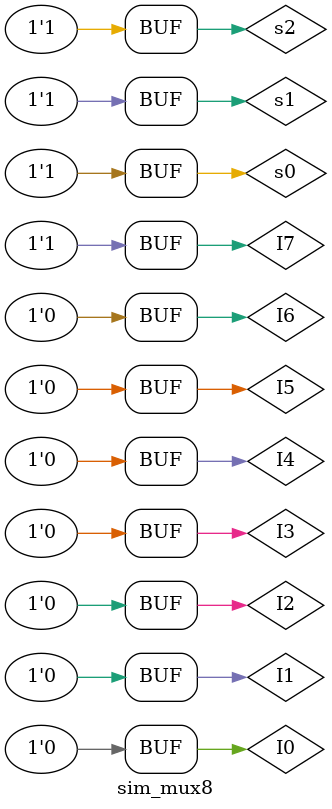
<source format=v>
`timescale 1ns / 1ps


module sim_mux8();
reg I0, I1, I2, I3, I4, I5, I6, I7, s0, s1, s2;
wire out;
mux8_2 st(I0, I1, I2, I3, I4, I5, I6, I7, s0, s1, s2, out);
initial
begin
#0 I0=1; I1=0; I2=0; I3=0; I4=0; I5=0; I6=0; I7=0; s0=0; s1=0; s2=0;
#10 I0=0; I1=1; I2=0; I3=0; I4=0; I5=0; I6=0; I7=0; s0=0; s1=0; s2=1;
#10 I0=0; I1=0; I2=1; I3=0; I4=0; I5=0; I6=0; I7=0; s0=0; s1=1; s2=0;
#10 I0=1; I1=0; I2=0; I3=0; I4=0; I5=0; I6=0; I7=0; s0=0; s1=1; s2=1;
#10 I0=0; I1=0; I2=0; I3=0; I4=1; I5=0; I6=0; I7=0; s0=1; s1=0; s2=0;
#10 I0=0; I1=0; I2=0; I3=1; I4=0; I5=0; I6=0; I7=0; s0=1; s1=0; s2=1;
#10 I0=0; I1=0; I2=0; I3=0; I4=0; I5=0; I6=1; I7=0; s0=1; s1=1; s2=0;
#10 I0=0; I1=0; I2=0; I3=0; I4=0; I5=0; I6=0; I7=1; s0=1; s1=1; s2=1;

end
endmodule

</source>
